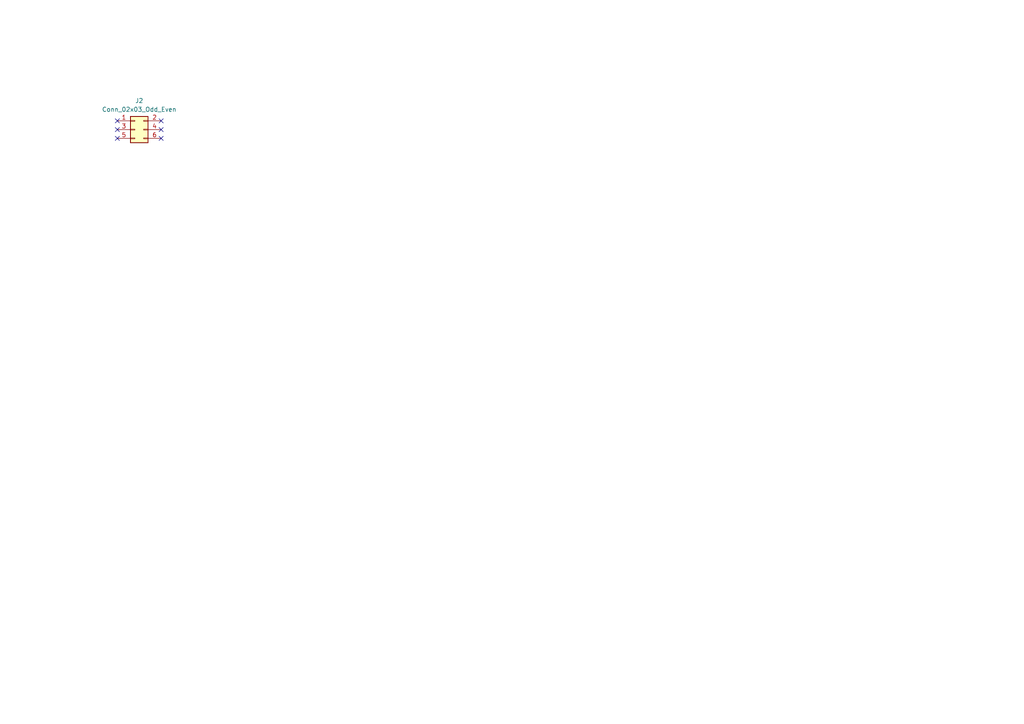
<source format=kicad_sch>
(kicad_sch (version 20231120) (generator "eeschema") (generator_version "8.0")
  (paper "A4")
  (lib_symbols
    (symbol "Connector_Generic:Conn_02x03_Odd_Even" (pin_names (offset 1.016) hide)
      (property "Reference" "J" (at 1.27 5.08 0))
      (property "Value" "Conn_02x03_Odd_Even" (at 1.27 -5.08 0))
      (symbol "Conn_02x03_Odd_Even_1_1"
        (rectangle (start -1.27 -2.413) (end 0 -2.667) (stroke (width 0.1524)))
        (rectangle (start -1.27 0.127) (end 0 -0.127) (stroke (width 0.1524)))
        (rectangle (start -1.27 2.667) (end 0 2.413) (stroke (width 0.1524)))
        (rectangle (start -1.27 3.81) (end 3.81 -3.81) (stroke (width 0.254)) (fill (type background)))
        (rectangle (start 3.81 -2.413) (end 2.54 -2.667) (stroke (width 0.1524)))
        (rectangle (start 3.81 0.127) (end 2.54 -0.127) (stroke (width 0.1524)))
        (rectangle (start 3.81 2.667) (end 2.54 2.413) (stroke (width 0.1524)))
        (pin passive line (at -5.08 2.54 0) (length 3.81) (name "Pin_1") (number "1"))
        (pin passive line (at 7.62 2.54 180) (length 3.81) (name "Pin_2") (number "2"))
        (pin passive line (at -5.08 0 0) (length 3.81) (name "Pin_3") (number "3"))
        (pin passive line (at 7.62 0 180) (length 3.81) (name "Pin_4") (number "4"))
        (pin passive line (at -5.08 -2.54 0) (length 3.81) (name "Pin_5") (number "5"))
        (pin passive line (at 7.62 -2.54 180) (length 3.81) (name "Pin_6") (number "6"))
      )
    )
  )
  (no_connect (at 46.736 35.052))
  (no_connect (at 46.736 40.132))
  (no_connect (at 34.036 40.132))
  (no_connect (at 46.736 37.592))
  (no_connect (at 34.036 35.052))
  (no_connect (at 34.036 37.592))
  (symbol (lib_id "Connector_Generic:Conn_02x03_Odd_Even") (at 39.116 37.592 0) (unit 1)
    (property "Reference" "J2" (at 40.386 29.21 0))
    (property "Value" "Conn_02x03_Odd_Even" (at 40.386 31.75 0))
    (property "Footprint" "Connector_PinHeader_2.54mm:PinHeader_2x03_P2.54mm_Vertical" (effects (hide yes)))
    (property "Description" "Generic connector, double row, 02x03, odd/even pin numbering scheme (row 1 odd numbers, row 2 even numbers), script generated (kicad-library-utils/schlib/autogen/connector/)" (effects (hide yes)))
    (property "#LCSC" "C124390" (effects (hide yes)))
  )
)
</source>
